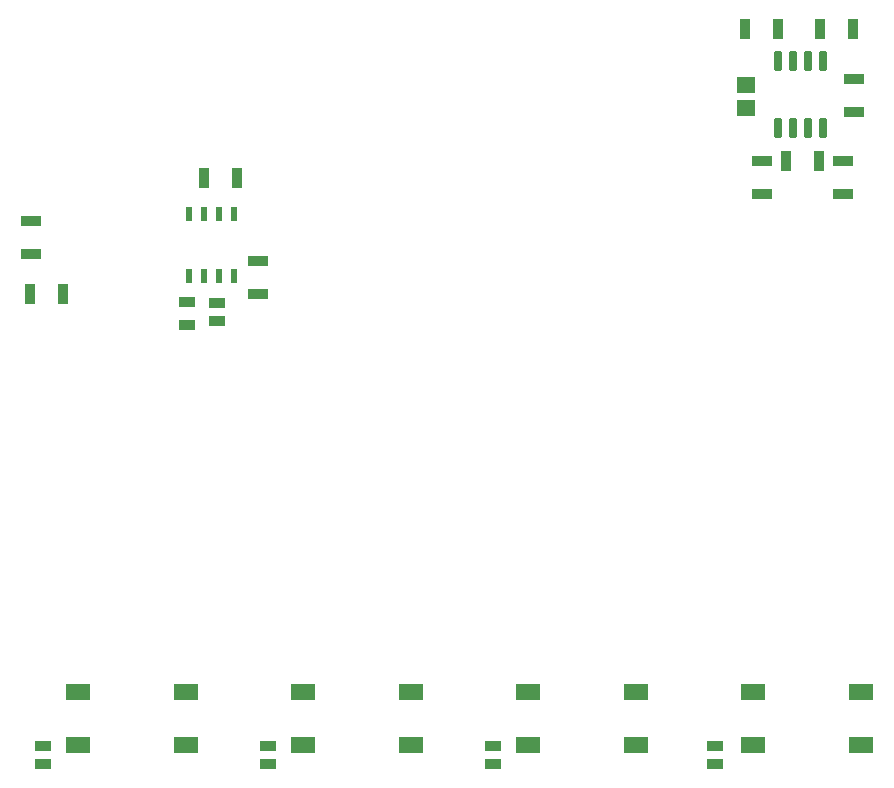
<source format=gtp>
G04*
G04 #@! TF.GenerationSoftware,Altium Limited,Altium Designer,24.2.2 (26)*
G04*
G04 Layer_Color=8421504*
%FSLAX25Y25*%
%MOIN*%
G70*
G04*
G04 #@! TF.SameCoordinates,004D1183-16E1-436D-8927-E0D308D58255*
G04*
G04*
G04 #@! TF.FilePolarity,Positive*
G04*
G01*
G75*
%ADD15R,0.03740X0.06693*%
G04:AMPARAMS|DCode=16|XSize=25.59mil|YSize=64.96mil|CornerRadius=1.92mil|HoleSize=0mil|Usage=FLASHONLY|Rotation=180.000|XOffset=0mil|YOffset=0mil|HoleType=Round|Shape=RoundedRectangle|*
%AMROUNDEDRECTD16*
21,1,0.02559,0.06112,0,0,180.0*
21,1,0.02175,0.06496,0,0,180.0*
1,1,0.00384,-0.01088,0.03056*
1,1,0.00384,0.01088,0.03056*
1,1,0.00384,0.01088,-0.03056*
1,1,0.00384,-0.01088,-0.03056*
%
%ADD16ROUNDEDRECTD16*%
%ADD17R,0.06102X0.05315*%
%ADD18R,0.08268X0.05512*%
%ADD19R,0.05180X0.03567*%
G04:AMPARAMS|DCode=20|XSize=21.65mil|YSize=49.21mil|CornerRadius=1.95mil|HoleSize=0mil|Usage=FLASHONLY|Rotation=180.000|XOffset=0mil|YOffset=0mil|HoleType=Round|Shape=RoundedRectangle|*
%AMROUNDEDRECTD20*
21,1,0.02165,0.04532,0,0,180.0*
21,1,0.01776,0.04921,0,0,180.0*
1,1,0.00390,-0.00888,0.02266*
1,1,0.00390,0.00888,0.02266*
1,1,0.00390,0.00888,-0.02266*
1,1,0.00390,-0.00888,-0.02266*
%
%ADD20ROUNDEDRECTD20*%
%ADD21R,0.06693X0.03740*%
%ADD22R,0.05709X0.03740*%
D15*
X298488Y258500D02*
D03*
X309512D02*
D03*
X46012Y170000D02*
D03*
X34988D02*
D03*
X286988Y214500D02*
D03*
X298012D02*
D03*
X104012Y208881D02*
D03*
X92988D02*
D03*
X273488Y258500D02*
D03*
X284512D02*
D03*
D16*
X299500Y247622D02*
D03*
X294500D02*
D03*
X289500D02*
D03*
X284500D02*
D03*
X299500Y225378D02*
D03*
X294500D02*
D03*
X289500D02*
D03*
X284500D02*
D03*
D17*
X273853Y232161D02*
D03*
Y239839D02*
D03*
D18*
X161913Y19642D02*
D03*
X126087D02*
D03*
X161913Y37358D02*
D03*
X126087D02*
D03*
X86913Y19642D02*
D03*
X51087D02*
D03*
X86913Y37358D02*
D03*
X51087D02*
D03*
X311913Y19642D02*
D03*
X276087D02*
D03*
X311913Y37358D02*
D03*
X276087D02*
D03*
X236913Y19642D02*
D03*
X201087D02*
D03*
X236913Y37358D02*
D03*
X201087D02*
D03*
D19*
X39500Y19555D02*
D03*
Y13445D02*
D03*
X97500Y160945D02*
D03*
Y167055D02*
D03*
X263500Y13445D02*
D03*
Y19555D02*
D03*
X189500Y13445D02*
D03*
Y19555D02*
D03*
X114500Y13445D02*
D03*
Y19555D02*
D03*
D20*
X103000Y196835D02*
D03*
X98000D02*
D03*
X93000D02*
D03*
X88000D02*
D03*
X103000Y176165D02*
D03*
X98000D02*
D03*
X93000D02*
D03*
X88000D02*
D03*
D21*
X111166Y181190D02*
D03*
Y170166D02*
D03*
X309759Y230666D02*
D03*
Y241690D02*
D03*
X306099Y214512D02*
D03*
Y203488D02*
D03*
X278901Y214512D02*
D03*
Y203488D02*
D03*
X35500Y194512D02*
D03*
Y183488D02*
D03*
D22*
X87500Y167339D02*
D03*
Y159661D02*
D03*
M02*

</source>
